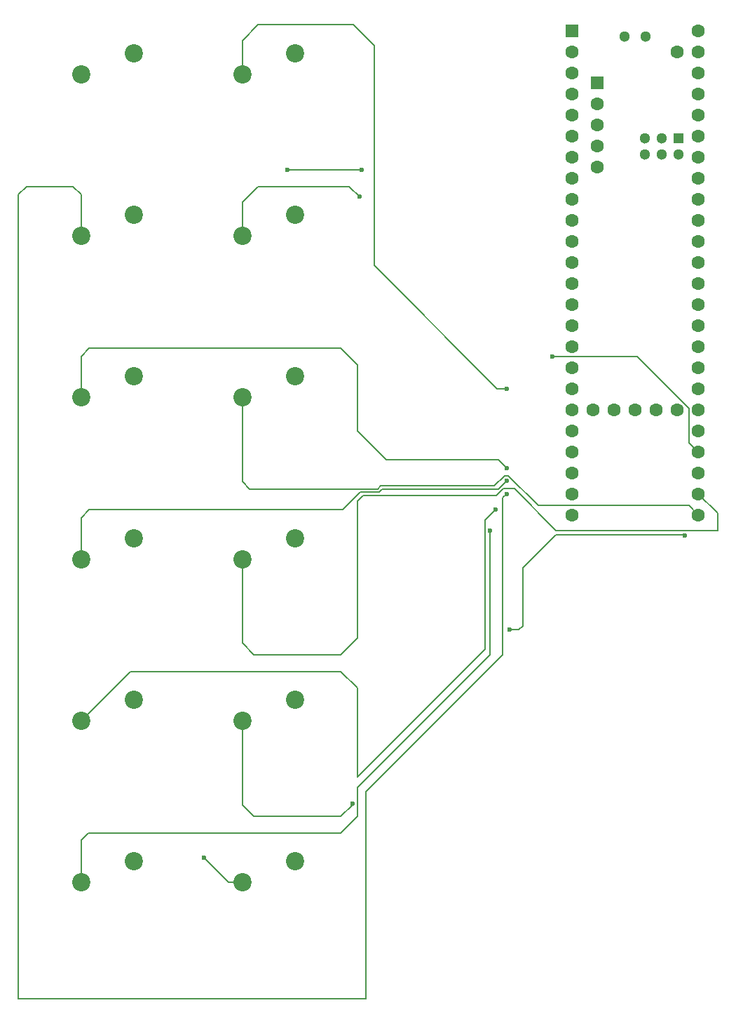
<source format=gbr>
%TF.GenerationSoftware,KiCad,Pcbnew,8.0.5*%
%TF.CreationDate,2024-11-15T19:55:36-05:00*%
%TF.ProjectId,m3++,6d332b2b-2e6b-4696-9361-645f70636258,rev?*%
%TF.SameCoordinates,Original*%
%TF.FileFunction,Copper,L2,Bot*%
%TF.FilePolarity,Positive*%
%FSLAX46Y46*%
G04 Gerber Fmt 4.6, Leading zero omitted, Abs format (unit mm)*
G04 Created by KiCad (PCBNEW 8.0.5) date 2024-11-15 19:55:36*
%MOMM*%
%LPD*%
G01*
G04 APERTURE LIST*
%TA.AperFunction,ComponentPad*%
%ADD10C,2.200000*%
%TD*%
%TA.AperFunction,ComponentPad*%
%ADD11R,1.600000X1.600000*%
%TD*%
%TA.AperFunction,ComponentPad*%
%ADD12C,1.600000*%
%TD*%
%TA.AperFunction,ComponentPad*%
%ADD13R,1.300000X1.300000*%
%TD*%
%TA.AperFunction,ComponentPad*%
%ADD14C,1.300000*%
%TD*%
%TA.AperFunction,ViaPad*%
%ADD15C,0.600000*%
%TD*%
%TA.AperFunction,Conductor*%
%ADD16C,0.200000*%
%TD*%
G04 APERTURE END LIST*
D10*
%TO.P,SW12,1,1*%
%TO.N,GND*%
X129460000Y-116920000D03*
%TO.P,SW12,2,2*%
%TO.N,BUTTON_RIGHT*%
X123110000Y-119460000D03*
%TD*%
%TO.P,SW10,1,1*%
%TO.N,GND*%
X129460000Y-77920000D03*
%TO.P,SW10,2,2*%
%TO.N,BUTTON_DOWN*%
X123110000Y-80460000D03*
%TD*%
%TO.P,SW9,1,1*%
%TO.N,GND*%
X129460000Y-58420000D03*
%TO.P,SW9,2,2*%
%TO.N,BUTTON_UP*%
X123110000Y-60960000D03*
%TD*%
%TO.P,SW2,1,1*%
%TO.N,GND*%
X109960000Y-38920000D03*
%TO.P,SW2,2,2*%
%TO.N,BUTTON_2*%
X103610000Y-41460000D03*
%TD*%
%TO.P,SW6,1,1*%
%TO.N,GND*%
X109960000Y-116920000D03*
%TO.P,SW6,2,2*%
%TO.N,BUTTON_6*%
X103610000Y-119460000D03*
%TD*%
D11*
%TO.P,U1,1,GND*%
%TO.N,GND*%
X162949200Y-16700800D03*
D12*
%TO.P,U1,2,0_RX1_CRX2_CS1*%
%TO.N,unconnected-(U1-0_RX1_CRX2_CS1-Pad2)*%
X162949200Y-19240800D03*
%TO.P,U1,3,1_TX1_CTX2_MISO1*%
%TO.N,unconnected-(U1-1_TX1_CTX2_MISO1-Pad3)*%
X162949200Y-21780800D03*
%TO.P,U1,4,2_OUT2*%
%TO.N,unconnected-(U1-2_OUT2-Pad4)*%
X162949200Y-24320800D03*
%TO.P,U1,5,3_LRCLK2*%
%TO.N,unconnected-(U1-3_LRCLK2-Pad5)*%
X162949200Y-26860800D03*
%TO.P,U1,6,4_BCLK2*%
%TO.N,unconnected-(U1-4_BCLK2-Pad6)*%
X162949200Y-29400800D03*
%TO.P,U1,7,5_IN2*%
%TO.N,unconnected-(U1-5_IN2-Pad7)*%
X162949200Y-31940800D03*
%TO.P,U1,8,6_OUT1D*%
%TO.N,MEMCS*%
X162949200Y-34480800D03*
%TO.P,U1,9,7_RX2_OUT1A*%
%TO.N,DIN*%
X162949200Y-37020800D03*
%TO.P,U1,10,8_TX2_IN1*%
%TO.N,DOUT*%
X162949200Y-39560800D03*
%TO.P,U1,11,9_OUT1C*%
%TO.N,unconnected-(U1-9_OUT1C-Pad11)*%
X162949200Y-42100800D03*
%TO.P,U1,12,10_CS_MQSR*%
%TO.N,SDCS*%
X162949200Y-44640800D03*
%TO.P,U1,13,11_MOSI_CTX1*%
%TO.N,MOSI*%
X162949200Y-47180800D03*
%TO.P,U1,14,12_MISO_MQSL*%
%TO.N,MISO*%
X162949200Y-49720800D03*
%TO.P,U1,15,3V3*%
%TO.N,unconnected-(U1-3V3-Pad15)*%
X162949200Y-52260800D03*
%TO.P,U1,16,24_A10_TX6_SCL2*%
%TO.N,unconnected-(U1-24_A10_TX6_SCL2-Pad16)*%
X162949200Y-54800800D03*
%TO.P,U1,17,25_A11_RX6_SDA2*%
%TO.N,BUTTON_8*%
X162949200Y-57340800D03*
%TO.P,U1,18,26_A12_MOSI1*%
%TO.N,BUTTON_7*%
X162949200Y-59880800D03*
%TO.P,U1,19,27_A13_SCK1*%
%TO.N,BUTTON_6*%
X162949200Y-62420800D03*
%TO.P,U1,20,28_RX7*%
%TO.N,BUTTON_5*%
X162949200Y-64960800D03*
%TO.P,U1,21,29_TX7*%
%TO.N,BUTTON_4*%
X162949200Y-67500800D03*
%TO.P,U1,22,30_CRX3*%
%TO.N,BUTTON_3*%
X162949200Y-70040800D03*
%TO.P,U1,23,31_CTX3*%
%TO.N,BUTTON_2*%
X162949200Y-72580800D03*
%TO.P,U1,24,32_OUT1B*%
%TO.N,BUTTON_1*%
X162949200Y-75120800D03*
%TO.P,U1,25,33_MCLK2*%
%TO.N,BUTTON_UP*%
X178189200Y-75120800D03*
%TO.P,U1,26,34_RX8*%
%TO.N,BUTTON_DOWN*%
X178189200Y-72580800D03*
%TO.P,U1,27,35_TX8*%
%TO.N,BUTTON_LEFT*%
X178189200Y-70040800D03*
%TO.P,U1,28,36_CS*%
%TO.N,BUTTON_RIGHT*%
X178189200Y-67500800D03*
%TO.P,U1,29,37_CS*%
%TO.N,unconnected-(U1-37_CS-Pad29)*%
X178189200Y-64960800D03*
%TO.P,U1,30,38_CS1_IN1*%
%TO.N,unconnected-(U1-38_CS1_IN1-Pad30)*%
X178189200Y-62420800D03*
%TO.P,U1,31,39_MISO1_OUT1A*%
%TO.N,unconnected-(U1-39_MISO1_OUT1A-Pad31)*%
X178189200Y-59880800D03*
%TO.P,U1,32,40_A16*%
%TO.N,unconnected-(U1-40_A16-Pad32)*%
X178189200Y-57340800D03*
%TO.P,U1,33,41_A17*%
%TO.N,unconnected-(U1-41_A17-Pad33)*%
X178189200Y-54800800D03*
%TO.P,U1,34,GND*%
%TO.N,unconnected-(U1-GND-Pad34)*%
X178189200Y-52260800D03*
%TO.P,U1,35,13_SCK_LED*%
%TO.N,SCK*%
X178189200Y-49720800D03*
%TO.P,U1,36,14_A0_TX3_SPDIF_OUT*%
%TO.N,unconnected-(U1-14_A0_TX3_SPDIF_OUT-Pad36)*%
X178189200Y-47180800D03*
%TO.P,U1,37,15_A1_RX3_SPDIF_IN*%
%TO.N,VOL_A1*%
X178189200Y-44640800D03*
%TO.P,U1,38,16_A2_RX4_SCL1*%
%TO.N,unconnected-(U1-16_A2_RX4_SCL1-Pad38)*%
X178189200Y-42100800D03*
%TO.P,U1,39,17_A3_TX4_SDA1*%
%TO.N,unconnected-(U1-17_A3_TX4_SDA1-Pad39)*%
X178189200Y-39560800D03*
%TO.P,U1,40,18_A4_SDA*%
%TO.N,SDA*%
X178189200Y-37020800D03*
%TO.P,U1,41,19_A5_SCL*%
%TO.N,SCL*%
X178189200Y-34480800D03*
%TO.P,U1,42,20_A6_TX5_LRCLK1*%
%TO.N,LRCLK*%
X178189200Y-31940800D03*
%TO.P,U1,43,21_A7_RX5_BCLK1*%
%TO.N,BCLK*%
X178189200Y-29400800D03*
%TO.P,U1,44,22_A8_CTX1*%
%TO.N,unconnected-(U1-22_A8_CTX1-Pad44)*%
X178189200Y-26860800D03*
%TO.P,U1,45,23_A9_CRX1_MCLK1*%
%TO.N,MCLK*%
X178189200Y-24320800D03*
%TO.P,U1,46,3V3*%
%TO.N,+3.3V*%
X178189200Y-21780800D03*
%TO.P,U1,47,GND*%
%TO.N,GND*%
X178189200Y-19240800D03*
%TO.P,U1,48,VIN*%
%TO.N,unconnected-(U1-VIN-Pad48)*%
X178189200Y-16700800D03*
%TO.P,U1,49*%
%TO.N,N/C*%
X175649200Y-19240800D03*
%TO.P,U1,50*%
X165489200Y-62420800D03*
%TO.P,U1,51*%
X168029200Y-62420800D03*
%TO.P,U1,52*%
X170569200Y-62420800D03*
%TO.P,U1,53*%
X173109200Y-62420800D03*
%TO.P,U1,54*%
X175649200Y-62420800D03*
D11*
%TO.P,U1,55*%
X166000000Y-23000000D03*
D12*
%TO.P,U1,56*%
X166000000Y-25540000D03*
%TO.P,U1,57*%
X166000000Y-28080000D03*
%TO.P,U1,58*%
X166000000Y-30620000D03*
%TO.P,U1,59*%
X166000000Y-33160000D03*
D13*
%TO.P,U1,60*%
X175750800Y-29670800D03*
D14*
%TO.P,U1,61*%
X173750800Y-29670800D03*
%TO.P,U1,62*%
X171750800Y-29670800D03*
%TO.P,U1,63*%
X171750800Y-31670800D03*
%TO.P,U1,64*%
X173750800Y-31670800D03*
%TO.P,U1,65*%
X175750800Y-31670800D03*
%TO.P,U1,66*%
X171839200Y-17430800D03*
%TO.P,U1,67*%
X169299200Y-17430800D03*
%TD*%
D10*
%TO.P,SW5,1,1*%
%TO.N,GND*%
X109960000Y-97420000D03*
%TO.P,SW5,2,2*%
%TO.N,BUTTON_5*%
X103610000Y-99960000D03*
%TD*%
%TO.P,SW1,1,1*%
%TO.N,GND*%
X109960000Y-19420000D03*
%TO.P,SW1,2,2*%
%TO.N,BUTTON_1*%
X103610000Y-21960000D03*
%TD*%
%TO.P,SW4,1,1*%
%TO.N,GND*%
X109960000Y-77920000D03*
%TO.P,SW4,2,2*%
%TO.N,BUTTON_4*%
X103610000Y-80460000D03*
%TD*%
%TO.P,SW8,1,1*%
%TO.N,GND*%
X129460000Y-38920000D03*
%TO.P,SW8,2,2*%
%TO.N,BUTTON_8*%
X123110000Y-41460000D03*
%TD*%
%TO.P,SW7,1,1*%
%TO.N,GND*%
X129460000Y-19420000D03*
%TO.P,SW7,2,2*%
%TO.N,BUTTON_7*%
X123110000Y-21960000D03*
%TD*%
%TO.P,SW3,1,1*%
%TO.N,GND*%
X109960000Y-58420000D03*
%TO.P,SW3,2,2*%
%TO.N,BUTTON_3*%
X103610000Y-60960000D03*
%TD*%
%TO.P,SW11,1,1*%
%TO.N,GND*%
X129460000Y-97420000D03*
%TO.P,SW11,2,2*%
%TO.N,BUTTON_LEFT*%
X123110000Y-99960000D03*
%TD*%
D15*
%TO.N,BUTTON_2*%
X155000000Y-72580800D03*
%TO.N,BUTTON_3*%
X155000000Y-69500000D03*
%TO.N,BUTTON_4*%
X155000000Y-71000000D03*
%TO.N,BUTTON_5*%
X153692821Y-74500000D03*
%TO.N,BUTTON_6*%
X153000000Y-77000000D03*
%TO.N,BUTTON_7*%
X155000000Y-59880800D03*
%TO.N,BUTTON_8*%
X137250000Y-36750000D03*
%TO.N,BUTTON_LEFT*%
X155400000Y-89000000D03*
X136400000Y-110000000D03*
X176500000Y-77600000D03*
%TO.N,BUTTON_RIGHT*%
X128500000Y-33500000D03*
X160500000Y-56000000D03*
X137500000Y-33500000D03*
X118500000Y-116500000D03*
%TD*%
D16*
%TO.N,BUTTON_2*%
X96040000Y-133500000D02*
X96040000Y-36460000D01*
X155000000Y-72580800D02*
X154500000Y-73080800D01*
X154500000Y-92000000D02*
X138000000Y-108500000D01*
X97000000Y-35500000D02*
X102610000Y-35500000D01*
X96040000Y-36460000D02*
X97000000Y-35500000D01*
X102610000Y-35500000D02*
X103610000Y-36500000D01*
X154500000Y-73080800D02*
X154500000Y-92000000D01*
X138000000Y-108500000D02*
X138000000Y-133500000D01*
X138000000Y-133500000D02*
X96040000Y-133500000D01*
X103610000Y-36500000D02*
X103610000Y-41460000D01*
%TO.N,BUTTON_3*%
X137000000Y-65000000D02*
X137000000Y-57000000D01*
X104610000Y-55000000D02*
X103610000Y-56000000D01*
X154000000Y-68500000D02*
X140500000Y-68500000D01*
X103610000Y-56000000D02*
X103610000Y-60960000D01*
X137000000Y-57000000D02*
X135000000Y-55000000D01*
X155000000Y-69500000D02*
X154000000Y-68500000D01*
X140500000Y-68500000D02*
X137000000Y-65000000D01*
X135000000Y-55000000D02*
X104610000Y-55000000D01*
%TO.N,BUTTON_4*%
X135250000Y-74500000D02*
X104610000Y-74500000D01*
X154000000Y-72000000D02*
X140000000Y-72000000D01*
X155000000Y-71000000D02*
X154000000Y-72000000D01*
X103610000Y-75500000D02*
X103610000Y-80460000D01*
X104610000Y-74500000D02*
X103610000Y-75500000D01*
X139600000Y-72400000D02*
X137350000Y-72400000D01*
X140000000Y-72000000D02*
X139600000Y-72400000D01*
X137350000Y-72400000D02*
X135250000Y-74500000D01*
%TO.N,BUTTON_5*%
X152400000Y-75792821D02*
X152400000Y-91350000D01*
X137000000Y-96000000D02*
X135000000Y-94000000D01*
X109570000Y-94000000D02*
X103610000Y-99960000D01*
X135000000Y-94000000D02*
X109570000Y-94000000D01*
X152400000Y-91350000D02*
X137000000Y-106750000D01*
X153692821Y-74500000D02*
X152400000Y-75792821D01*
X137000000Y-106750000D02*
X137000000Y-96000000D01*
%TO.N,BUTTON_6*%
X103610000Y-114390000D02*
X103610000Y-119460000D01*
X153000000Y-92000000D02*
X137000000Y-108000000D01*
X153000000Y-77000000D02*
X153000000Y-92000000D01*
X135000000Y-113500000D02*
X104500000Y-113500000D01*
X104500000Y-113500000D02*
X103610000Y-114390000D01*
X137000000Y-111500000D02*
X135000000Y-113500000D01*
X137000000Y-108000000D02*
X137000000Y-111500000D01*
%TO.N,BUTTON_7*%
X136500000Y-16000000D02*
X125000000Y-16000000D01*
X153880800Y-59880800D02*
X139000000Y-45000000D01*
X139000000Y-18500000D02*
X136500000Y-16000000D01*
X125000000Y-16000000D02*
X123110000Y-17890000D01*
X139000000Y-45000000D02*
X139000000Y-18500000D01*
X155000000Y-59880800D02*
X153880800Y-59880800D01*
X123110000Y-17890000D02*
X123110000Y-21960000D01*
%TO.N,BUTTON_8*%
X125000000Y-35500000D02*
X123110000Y-37390000D01*
X137250000Y-36750000D02*
X136000000Y-35500000D01*
X136000000Y-35500000D02*
X125000000Y-35500000D01*
X123110000Y-37390000D02*
X123110000Y-41460000D01*
%TO.N,BUTTON_UP*%
X139434314Y-72000000D02*
X139834314Y-71600000D01*
X155248529Y-70400000D02*
X158848529Y-74000000D01*
X153551471Y-71600000D02*
X154751471Y-70400000D01*
X158848529Y-74000000D02*
X177068400Y-74000000D01*
X123110000Y-60960000D02*
X123110000Y-71110000D01*
X177068400Y-74000000D02*
X178189200Y-75120800D01*
X123110000Y-71110000D02*
X124000000Y-72000000D01*
X139834314Y-71600000D02*
X153551471Y-71600000D01*
X124000000Y-72000000D02*
X139434314Y-72000000D01*
X154751471Y-70400000D02*
X155248529Y-70400000D01*
%TO.N,BUTTON_DOWN*%
X180500000Y-77000000D02*
X180500000Y-74891600D01*
X180500000Y-74891600D02*
X178189200Y-72580800D01*
X124500000Y-92000000D02*
X135000000Y-92000000D01*
X123110000Y-90610000D02*
X124500000Y-92000000D01*
X123110000Y-80460000D02*
X123110000Y-90610000D01*
X137000000Y-73500000D02*
X137700000Y-72800000D01*
X135000000Y-92000000D02*
X137000000Y-90000000D01*
X161000000Y-77000000D02*
X180500000Y-77000000D01*
X153765685Y-72800000D02*
X154584885Y-71980800D01*
X137000000Y-90000000D02*
X137000000Y-73500000D01*
X155980800Y-71980800D02*
X161000000Y-77000000D01*
X137700000Y-72800000D02*
X153765685Y-72800000D01*
X154584885Y-71980800D02*
X155980800Y-71980800D01*
%TO.N,BUTTON_LEFT*%
X161000000Y-77500000D02*
X176400000Y-77500000D01*
X135000000Y-111500000D02*
X136400000Y-110100000D01*
X123110000Y-99960000D02*
X123110000Y-110110000D01*
X124500000Y-111500000D02*
X135000000Y-111500000D01*
X156500000Y-89000000D02*
X157000000Y-88500000D01*
X136400000Y-110100000D02*
X136400000Y-110000000D01*
X155400000Y-89000000D02*
X156500000Y-89000000D01*
X176400000Y-77500000D02*
X176500000Y-77600000D01*
X157000000Y-81500000D02*
X161000000Y-77500000D01*
X157000000Y-88500000D02*
X157000000Y-81500000D01*
X123110000Y-110110000D02*
X124500000Y-111500000D01*
%TO.N,BUTTON_RIGHT*%
X128500000Y-33500000D02*
X137500000Y-33500000D01*
X160500000Y-56000000D02*
X170784035Y-56000000D01*
X177089200Y-66400800D02*
X178189200Y-67500800D01*
X170784035Y-56000000D02*
X177089200Y-62305165D01*
X177089200Y-62305165D02*
X177089200Y-66400800D01*
X121460000Y-119460000D02*
X118500000Y-116500000D01*
X123110000Y-119460000D02*
X121460000Y-119460000D01*
%TD*%
M02*

</source>
